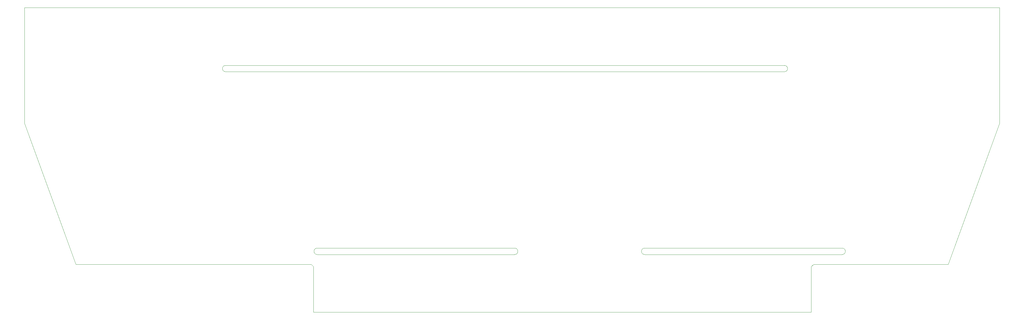
<source format=gbr>
%TF.GenerationSoftware,KiCad,Pcbnew,(6.0.7-1)-1*%
%TF.CreationDate,2022-10-07T20:49:55+02:00*%
%TF.ProjectId,hedgehog-lite,68656467-6568-46f6-972d-6c6974652e6b,rev?*%
%TF.SameCoordinates,Original*%
%TF.FileFunction,Profile,NP*%
%FSLAX46Y46*%
G04 Gerber Fmt 4.6, Leading zero omitted, Abs format (unit mm)*
G04 Created by KiCad (PCBNEW (6.0.7-1)-1) date 2022-10-07 20:49:55*
%MOMM*%
%LPD*%
G01*
G04 APERTURE LIST*
%TA.AperFunction,Profile*%
%ADD10C,0.100000*%
%TD*%
G04 APERTURE END LIST*
D10*
X0Y-36062500D02*
X0Y0D01*
X-58625000Y-80775000D02*
X-57925000Y-80062500D01*
X-151000000Y-75000000D02*
X-212500000Y-75000000D01*
X-49000000Y-77000000D02*
G75*
G03*
X-49000000Y-75000000I0J1000000D01*
G01*
X-213650000Y-95000000D02*
X-213650000Y-94062500D01*
X-241000000Y-18000000D02*
G75*
G03*
X-241000000Y-20000000I0J-1000000D01*
G01*
X-241000000Y-20000000D02*
X-67000000Y-20000000D01*
X-212500000Y-77000000D02*
X-151000000Y-77000000D01*
X-58650000Y-95000000D02*
X-213650000Y-95000000D01*
X-303650000Y-62500D02*
X-303650000Y0D01*
X-16000000Y-80062500D02*
X-16650000Y-80062500D01*
X-151000000Y-77000000D02*
G75*
G03*
X-151000000Y-75000000I0J1000000D01*
G01*
X-213650000Y-94062500D02*
X-213675000Y-80775000D01*
X-301800000Y0D02*
X-303650000Y0D01*
X-58625000Y-80775000D02*
X-58650000Y-94062500D01*
X0Y0D02*
X-800000Y0D01*
X-110500000Y-75000000D02*
G75*
G03*
X-110500000Y-77000000I0J-1000000D01*
G01*
X-212500000Y-75000000D02*
G75*
G03*
X-212500000Y-77000000I0J-1000000D01*
G01*
X-16650000Y-80062500D02*
X-57925000Y-80062500D01*
X-303650000Y-62500D02*
X-303650000Y-1062500D01*
X-214375000Y-80062500D02*
X-213675000Y-80775000D01*
X-67000000Y-20000000D02*
G75*
G03*
X-67000000Y-18000000I0J1000000D01*
G01*
X-266800000Y0D02*
X-800000Y0D01*
X-214375000Y-80062500D02*
X-287650000Y-80062500D01*
X-287650000Y-80062500D02*
X-303650000Y-36062500D01*
X0Y-36062500D02*
X-16000000Y-80062500D01*
X-67000000Y-18000000D02*
X-241000000Y-18000000D01*
X-303650000Y-36062500D02*
X-303650000Y-1062500D01*
X-110500000Y-77000000D02*
X-49000000Y-77000000D01*
X-49000000Y-75000000D02*
X-110500000Y-75000000D01*
X-58650000Y-95000000D02*
X-58650000Y-94062500D01*
X-301800000Y0D02*
X-266800000Y0D01*
M02*

</source>
